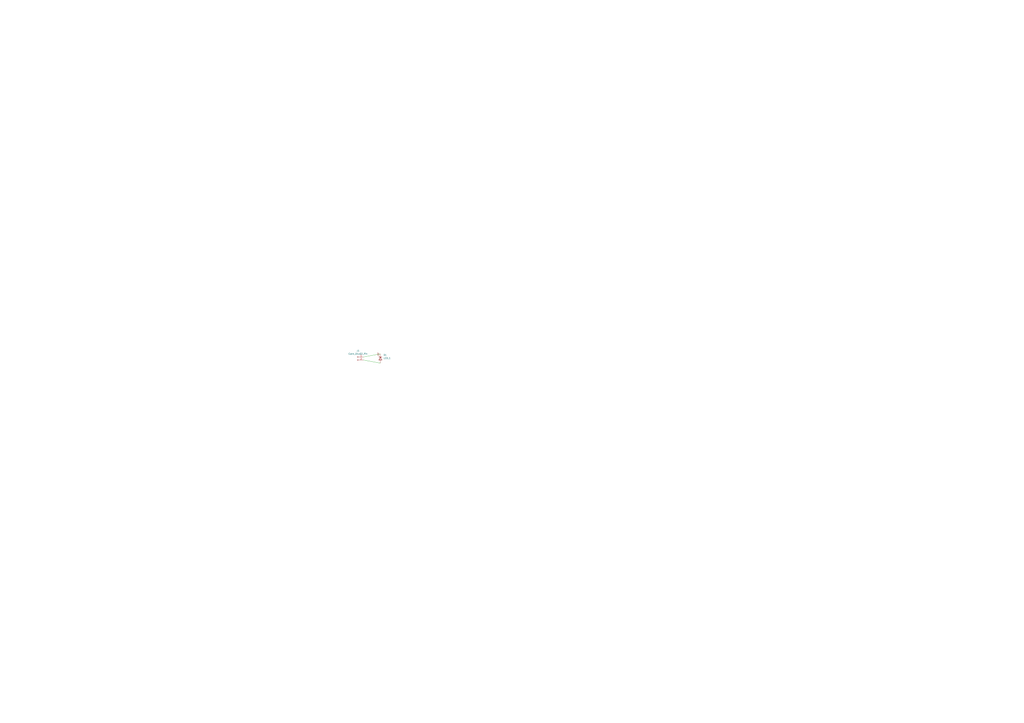
<source format=kicad_sch>
(kicad_sch (version 20231120) (generator "eeschema") (generator_version "8.0")
  (paper "A1")
  (lib_symbols
    (symbol "Connector:Conn_01x02_Pin" (pin_names (offset 1.016) hide)
      (property "Reference" "J" (at 0 2.54 0))
      (property "Value" "Conn_01x02_Pin" (at 0 -5.08 0))
      (symbol "Conn_01x02_Pin_1_1"
        (polyline (pts (xy 1.27 -2.54) (xy 0.8636 -2.54)) (stroke (width 0.1524)))
        (polyline (pts (xy 1.27 0) (xy 0.8636 0)) (stroke (width 0.1524)))
        (rectangle (start 0.8636 -2.413) (end 0 -2.667) (stroke (width 0.1524)) (fill (type outline)))
        (rectangle (start 0.8636 0.127) (end 0 -0.127) (stroke (width 0.1524)) (fill (type outline)))
        (pin passive line (at 5.08 0 180) (length 3.81) (name "Pin_1") (number "1"))
        (pin passive line (at 5.08 -2.54 180) (length 3.81) (name "Pin_2") (number "2"))
      )
    )
    (symbol "Device:LED" (pin_numbers hide) (pin_names (offset 1.016) hide)
      (property "Reference" "D" (at 0 2.54 0))
      (property "Value" "LED" (at 0 -2.54 0))
      (symbol "LED_0_1"
        (polyline (pts (xy -1.27 -1.27) (xy -1.27 1.27)) (stroke (width 0.254)))
        (polyline (pts (xy -1.27 0) (xy 1.27 0)))
        (polyline (pts (xy 1.27 -1.27) (xy 1.27 1.27) (xy -1.27 0) (xy 1.27 -1.27)) (stroke (width 0.254)))
        (polyline (pts (xy -3.048 -0.762) (xy -4.572 -2.286) (xy -3.81 -2.286) (xy -4.572 -2.286) (xy -4.572 -1.524)))
        (polyline (pts (xy -1.778 -0.762) (xy -3.302 -2.286) (xy -2.54 -2.286) (xy -3.302 -2.286) (xy -3.302 -1.524)))
      )
      (symbol "LED_1_1"
        (pin passive line (at -3.81 0 0) (length 2.54) (name "K") (number "1"))
        (pin passive line (at 3.81 0 180) (length 2.54) (name "A") (number "2"))
      )
    )
  )
  (wire (pts (xy 312.42 298.45) (xy 298.45 295.91)))
  (wire (pts (xy 312.42 290.83) (xy 298.45 293.37)))
  (symbol (lib_id "Device:LED") (at 312.42 294.64 270) (unit 1)
    (property "Reference" "D1" (at 314.96 291.7824 90) (effects (justify left)))
    (property "Value" "LED_1" (at 314.96 294.3224 90) (effects (justify left)))
    (property "Footprint" "CustomLibrary:LED_PLCC_2835_AK" (effects (hide yes)))
  )
  (symbol (lib_id "Connector:Conn_01x02_Pin") (at 293.37 293.37 0) (unit 1)
    (property "Reference" "J1" (at 294.005 288.29 0))
    (property "Value" "Conn_01x02_Pin" (at 294.005 290.83 0))
    (property "Footprint" "Connector_PinHeader_2.54mm:PinHeader_1x02_P2.54mm_Vertical" (effects (hide yes)))
    (property "Description" "Generic connector, single row, 01x02, script generated" (effects (hide yes)))
  )
)
</source>
